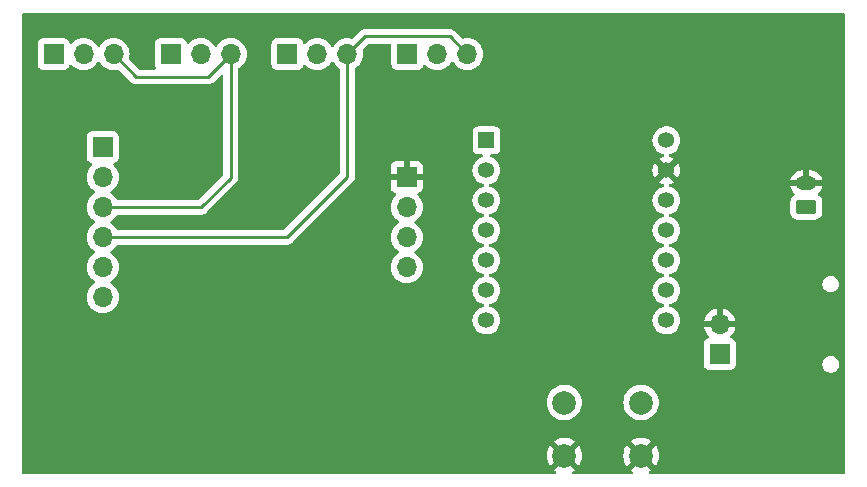
<source format=gbr>
%TF.GenerationSoftware,KiCad,Pcbnew,8.0.8*%
%TF.CreationDate,2025-02-27T22:48:28-08:00*%
%TF.ProjectId,SmartLitterBoxSensor,536d6172-744c-4697-9474-6572426f7853,rev?*%
%TF.SameCoordinates,Original*%
%TF.FileFunction,Copper,L2,Bot*%
%TF.FilePolarity,Positive*%
%FSLAX46Y46*%
G04 Gerber Fmt 4.6, Leading zero omitted, Abs format (unit mm)*
G04 Created by KiCad (PCBNEW 8.0.8) date 2025-02-27 22:48:28*
%MOMM*%
%LPD*%
G01*
G04 APERTURE LIST*
G04 Aperture macros list*
%AMRoundRect*
0 Rectangle with rounded corners*
0 $1 Rounding radius*
0 $2 $3 $4 $5 $6 $7 $8 $9 X,Y pos of 4 corners*
0 Add a 4 corners polygon primitive as box body*
4,1,4,$2,$3,$4,$5,$6,$7,$8,$9,$2,$3,0*
0 Add four circle primitives for the rounded corners*
1,1,$1+$1,$2,$3*
1,1,$1+$1,$4,$5*
1,1,$1+$1,$6,$7*
1,1,$1+$1,$8,$9*
0 Add four rect primitives between the rounded corners*
20,1,$1+$1,$2,$3,$4,$5,0*
20,1,$1+$1,$4,$5,$6,$7,0*
20,1,$1+$1,$6,$7,$8,$9,0*
20,1,$1+$1,$8,$9,$2,$3,0*%
G04 Aperture macros list end*
%TA.AperFunction,ComponentPad*%
%ADD10R,1.358000X1.358000*%
%TD*%
%TA.AperFunction,ComponentPad*%
%ADD11C,1.358000*%
%TD*%
%TA.AperFunction,ComponentPad*%
%ADD12R,1.700000X1.700000*%
%TD*%
%TA.AperFunction,ComponentPad*%
%ADD13O,1.700000X1.700000*%
%TD*%
%TA.AperFunction,ComponentPad*%
%ADD14C,2.000000*%
%TD*%
%TA.AperFunction,ComponentPad*%
%ADD15RoundRect,0.250000X0.625000X-0.350000X0.625000X0.350000X-0.625000X0.350000X-0.625000X-0.350000X0*%
%TD*%
%TA.AperFunction,ComponentPad*%
%ADD16O,1.750000X1.200000*%
%TD*%
%TA.AperFunction,Conductor*%
%ADD17C,0.254000*%
%TD*%
G04 APERTURE END LIST*
D10*
%TO.P,U2,1,D0*%
%TO.N,/3V3*%
X173034000Y-92392000D03*
D11*
%TO.P,U2,2,D1*%
%TO.N,unconnected-(U2-D1-Pad2)*%
X173034000Y-94932000D03*
%TO.P,U2,3,D2*%
%TO.N,unconnected-(U2-D2-Pad3)*%
X173034000Y-97472000D03*
%TO.P,U2,4,D3*%
%TO.N,unconnected-(U2-D3-Pad4)*%
X173034000Y-100012000D03*
%TO.P,U2,5,D4*%
%TO.N,/DT*%
X173034000Y-102552000D03*
%TO.P,U2,6,D5*%
%TO.N,/SCK*%
X173034000Y-105092000D03*
%TO.P,U2,7,D6*%
%TO.N,unconnected-(U2-D6-Pad7)*%
X173034000Y-107632000D03*
%TO.P,U2,8,D7*%
%TO.N,unconnected-(U2-D7-Pad8)*%
X188274000Y-107632000D03*
%TO.P,U2,9,D8*%
%TO.N,/3V3*%
X188274000Y-105092000D03*
%TO.P,U2,10,D9*%
%TO.N,Net-(U2-D9)*%
X188274000Y-102552000D03*
%TO.P,U2,11,D10*%
%TO.N,unconnected-(U2-D10-Pad11)*%
X188274000Y-100012000D03*
%TO.P,U2,12,3V3*%
%TO.N,/3V3*%
X188274000Y-97472000D03*
%TO.P,U2,13,GND*%
%TO.N,GND*%
X188274000Y-94932000D03*
%TO.P,U2,14,5V*%
%TO.N,/5V*%
X188274000Y-92392000D03*
%TD*%
D12*
%TO.P,J4,1,VCC*%
%TO.N,/E+*%
X146304000Y-85090000D03*
D13*
%TO.P,J4,2,GND*%
%TO.N,/E-*%
X148844000Y-85090000D03*
%TO.P,J4,3,Signal*%
%TO.N,/A-*%
X151384000Y-85090000D03*
%TD*%
D14*
%TO.P,SW2,1,1*%
%TO.N,Net-(U2-D9)*%
X179630000Y-114590000D03*
X186130000Y-114590000D03*
%TO.P,SW2,2,2*%
%TO.N,GND*%
X179630000Y-119090000D03*
X186130000Y-119090000D03*
%TD*%
D12*
%TO.P,J1,1,VCC*%
%TO.N,/E+*%
X156180000Y-85090000D03*
D13*
%TO.P,J1,2,GND*%
%TO.N,/E-*%
X158720000Y-85090000D03*
%TO.P,J1,3,Signal*%
%TO.N,/A+*%
X161260000Y-85090000D03*
%TD*%
D12*
%TO.P,J3,1,VCC*%
%TO.N,/E+*%
X136383000Y-85090000D03*
D13*
%TO.P,J3,2,GND*%
%TO.N,/E-*%
X138923000Y-85090000D03*
%TO.P,J3,3,Signal*%
%TO.N,/A-*%
X141463000Y-85090000D03*
%TD*%
D15*
%TO.P,BT1,1,+*%
%TO.N,Net-(BT1-+)*%
X200110000Y-98028000D03*
D16*
%TO.P,BT1,2,-*%
%TO.N,GND*%
X200110000Y-96028000D03*
%TD*%
D12*
%TO.P,J5,1,Pin_1*%
%TO.N,+BAT*%
X192786000Y-110495000D03*
D13*
%TO.P,J5,2,Pin_2*%
%TO.N,GND*%
X192786000Y-107955000D03*
%TD*%
D12*
%TO.P,J2,1,VCC*%
%TO.N,/E+*%
X166340000Y-85090000D03*
D13*
%TO.P,J2,2,GND*%
%TO.N,/E-*%
X168880000Y-85090000D03*
%TO.P,J2,3,Signal*%
%TO.N,/A+*%
X171420000Y-85090000D03*
%TD*%
D12*
%TO.P,U1,1,E+*%
%TO.N,/E+*%
X140546000Y-92964000D03*
D13*
%TO.P,U1,2,E-*%
%TO.N,/E-*%
X140546000Y-95504000D03*
%TO.P,U1,3,A-*%
%TO.N,/A-*%
X140546000Y-98044000D03*
%TO.P,U1,4,A+*%
%TO.N,/A+*%
X140546000Y-100584000D03*
%TO.P,U1,5,B-*%
%TO.N,unconnected-(U1-B--Pad5)*%
X140546000Y-103124000D03*
%TO.P,U1,6,B+*%
%TO.N,unconnected-(U1-B+-Pad6)*%
X140546000Y-105664000D03*
%TO.P,U1,7,VCC*%
%TO.N,/5V*%
X166286000Y-103124000D03*
%TO.P,U1,8,SCK*%
%TO.N,/SCK*%
X166286000Y-100584000D03*
%TO.P,U1,9,DT*%
%TO.N,/DT*%
X166286000Y-98044000D03*
D12*
%TO.P,U1,10,GND*%
%TO.N,GND*%
X166286000Y-95504000D03*
%TD*%
D17*
%TO.N,/A+*%
X156133800Y-100584000D02*
X161260000Y-95457800D01*
X140546000Y-100584000D02*
X156133800Y-100584000D01*
X161260000Y-85090000D02*
X162758600Y-83591400D01*
X169921400Y-83591400D02*
X171420000Y-85090000D01*
X162758600Y-83591400D02*
X169921400Y-83591400D01*
X161260000Y-95457800D02*
X161260000Y-85090000D01*
%TO.N,/A-*%
X148894800Y-98044000D02*
X151384000Y-95554800D01*
X151384000Y-95554800D02*
X151384000Y-85090000D01*
X140546000Y-98044000D02*
X148894800Y-98044000D01*
X143393400Y-87020400D02*
X149453600Y-87020400D01*
X141463000Y-85090000D02*
X143393400Y-87020400D01*
X149453600Y-87020400D02*
X151384000Y-85090000D01*
%TD*%
%TA.AperFunction,Conductor*%
%TO.N,GND*%
G36*
X203328339Y-81647785D02*
G01*
X203374094Y-81700589D01*
X203385300Y-81752100D01*
X203385300Y-120508100D01*
X203365615Y-120575139D01*
X203312811Y-120620894D01*
X203261300Y-120632100D01*
X186921724Y-120632100D01*
X186854685Y-120612415D01*
X186808930Y-120559611D01*
X186798986Y-120490453D01*
X186828011Y-120426897D01*
X186862707Y-120399045D01*
X186953230Y-120350056D01*
X186953236Y-120350051D01*
X187000055Y-120313610D01*
X187000056Y-120313609D01*
X186300233Y-119613787D01*
X186342292Y-119602518D01*
X186467708Y-119530110D01*
X186570110Y-119427708D01*
X186642518Y-119302292D01*
X186653787Y-119260234D01*
X187353435Y-119959882D01*
X187453733Y-119806364D01*
X187553587Y-119578717D01*
X187614612Y-119337738D01*
X187614614Y-119337729D01*
X187635141Y-119090005D01*
X187635141Y-119089994D01*
X187614614Y-118842270D01*
X187614612Y-118842261D01*
X187553587Y-118601282D01*
X187453732Y-118373632D01*
X187353435Y-118220116D01*
X186653787Y-118919764D01*
X186642518Y-118877708D01*
X186570110Y-118752292D01*
X186467708Y-118649890D01*
X186342292Y-118577482D01*
X186300233Y-118566212D01*
X187000055Y-117866389D01*
X187000055Y-117866388D01*
X186953236Y-117829947D01*
X186953231Y-117829944D01*
X186734614Y-117711635D01*
X186734603Y-117711630D01*
X186499493Y-117630916D01*
X186254293Y-117590000D01*
X186005707Y-117590000D01*
X185760506Y-117630916D01*
X185525396Y-117711630D01*
X185525385Y-117711635D01*
X185306770Y-117829943D01*
X185259943Y-117866389D01*
X185959766Y-118566212D01*
X185917708Y-118577482D01*
X185792292Y-118649890D01*
X185689890Y-118752292D01*
X185617482Y-118877708D01*
X185606212Y-118919765D01*
X184906563Y-118220117D01*
X184806267Y-118373633D01*
X184806265Y-118373637D01*
X184706412Y-118601282D01*
X184645387Y-118842261D01*
X184645385Y-118842270D01*
X184624859Y-119089994D01*
X184624859Y-119090005D01*
X184645385Y-119337729D01*
X184645387Y-119337738D01*
X184706412Y-119578717D01*
X184806267Y-119806367D01*
X184906562Y-119959881D01*
X185606212Y-119260233D01*
X185617482Y-119302292D01*
X185689890Y-119427708D01*
X185792292Y-119530110D01*
X185917708Y-119602518D01*
X185959766Y-119613787D01*
X185259943Y-120313609D01*
X185306768Y-120350055D01*
X185306771Y-120350057D01*
X185397293Y-120399045D01*
X185446884Y-120448265D01*
X185461992Y-120516481D01*
X185437822Y-120582037D01*
X185382046Y-120624118D01*
X185338276Y-120632100D01*
X180421724Y-120632100D01*
X180354685Y-120612415D01*
X180308930Y-120559611D01*
X180298986Y-120490453D01*
X180328011Y-120426897D01*
X180362707Y-120399045D01*
X180453230Y-120350056D01*
X180453236Y-120350051D01*
X180500055Y-120313610D01*
X180500056Y-120313609D01*
X179800233Y-119613787D01*
X179842292Y-119602518D01*
X179967708Y-119530110D01*
X180070110Y-119427708D01*
X180142518Y-119302292D01*
X180153787Y-119260234D01*
X180853435Y-119959882D01*
X180953733Y-119806364D01*
X181053587Y-119578717D01*
X181114612Y-119337738D01*
X181114614Y-119337729D01*
X181135141Y-119090005D01*
X181135141Y-119089994D01*
X181114614Y-118842270D01*
X181114612Y-118842261D01*
X181053587Y-118601282D01*
X180953732Y-118373632D01*
X180853435Y-118220116D01*
X180153787Y-118919765D01*
X180142518Y-118877708D01*
X180070110Y-118752292D01*
X179967708Y-118649890D01*
X179842292Y-118577482D01*
X179800233Y-118566212D01*
X180500055Y-117866389D01*
X180500055Y-117866388D01*
X180453236Y-117829947D01*
X180453231Y-117829944D01*
X180234614Y-117711635D01*
X180234603Y-117711630D01*
X179999493Y-117630916D01*
X179754293Y-117590000D01*
X179505707Y-117590000D01*
X179260506Y-117630916D01*
X179025396Y-117711630D01*
X179025385Y-117711635D01*
X178806770Y-117829943D01*
X178759943Y-117866389D01*
X179459766Y-118566212D01*
X179417708Y-118577482D01*
X179292292Y-118649890D01*
X179189890Y-118752292D01*
X179117482Y-118877708D01*
X179106212Y-118919766D01*
X178406563Y-118220117D01*
X178306267Y-118373633D01*
X178306265Y-118373637D01*
X178206412Y-118601282D01*
X178145387Y-118842261D01*
X178145385Y-118842270D01*
X178124859Y-119089994D01*
X178124859Y-119090005D01*
X178145385Y-119337729D01*
X178145387Y-119337738D01*
X178206412Y-119578717D01*
X178306267Y-119806367D01*
X178406562Y-119959881D01*
X179106211Y-119260231D01*
X179117482Y-119302292D01*
X179189890Y-119427708D01*
X179292292Y-119530110D01*
X179417708Y-119602518D01*
X179459766Y-119613787D01*
X178759943Y-120313609D01*
X178806768Y-120350055D01*
X178806771Y-120350057D01*
X178897293Y-120399045D01*
X178946884Y-120448265D01*
X178961992Y-120516481D01*
X178937822Y-120582037D01*
X178882046Y-120624118D01*
X178838276Y-120632100D01*
X133847500Y-120632100D01*
X133780461Y-120612415D01*
X133734706Y-120559611D01*
X133723500Y-120508100D01*
X133723500Y-114589994D01*
X178124357Y-114589994D01*
X178124357Y-114590005D01*
X178144890Y-114837812D01*
X178144892Y-114837824D01*
X178205936Y-115078881D01*
X178305826Y-115306606D01*
X178441833Y-115514782D01*
X178441836Y-115514785D01*
X178610256Y-115697738D01*
X178806491Y-115850474D01*
X179025190Y-115968828D01*
X179260386Y-116049571D01*
X179505665Y-116090500D01*
X179754335Y-116090500D01*
X179999614Y-116049571D01*
X180234810Y-115968828D01*
X180453509Y-115850474D01*
X180649744Y-115697738D01*
X180818164Y-115514785D01*
X180954173Y-115306607D01*
X181054063Y-115078881D01*
X181115108Y-114837821D01*
X181135643Y-114590000D01*
X181135643Y-114589994D01*
X184624357Y-114589994D01*
X184624357Y-114590005D01*
X184644890Y-114837812D01*
X184644892Y-114837824D01*
X184705936Y-115078881D01*
X184805826Y-115306606D01*
X184941833Y-115514782D01*
X184941836Y-115514785D01*
X185110256Y-115697738D01*
X185306491Y-115850474D01*
X185525190Y-115968828D01*
X185760386Y-116049571D01*
X186005665Y-116090500D01*
X186254335Y-116090500D01*
X186499614Y-116049571D01*
X186734810Y-115968828D01*
X186953509Y-115850474D01*
X187149744Y-115697738D01*
X187318164Y-115514785D01*
X187454173Y-115306607D01*
X187554063Y-115078881D01*
X187615108Y-114837821D01*
X187635643Y-114590000D01*
X187615108Y-114342179D01*
X187554063Y-114101119D01*
X187454173Y-113873393D01*
X187318166Y-113665217D01*
X187296557Y-113641744D01*
X187149744Y-113482262D01*
X186953509Y-113329526D01*
X186953507Y-113329525D01*
X186953506Y-113329524D01*
X186734811Y-113211172D01*
X186734802Y-113211169D01*
X186499616Y-113130429D01*
X186254335Y-113089500D01*
X186005665Y-113089500D01*
X185760383Y-113130429D01*
X185525197Y-113211169D01*
X185525188Y-113211172D01*
X185306493Y-113329524D01*
X185110257Y-113482261D01*
X184941833Y-113665217D01*
X184805826Y-113873393D01*
X184705936Y-114101118D01*
X184644892Y-114342175D01*
X184644890Y-114342187D01*
X184624357Y-114589994D01*
X181135643Y-114589994D01*
X181115108Y-114342179D01*
X181054063Y-114101119D01*
X180954173Y-113873393D01*
X180818166Y-113665217D01*
X180796557Y-113641744D01*
X180649744Y-113482262D01*
X180453509Y-113329526D01*
X180453507Y-113329525D01*
X180453506Y-113329524D01*
X180234811Y-113211172D01*
X180234802Y-113211169D01*
X179999616Y-113130429D01*
X179754335Y-113089500D01*
X179505665Y-113089500D01*
X179260383Y-113130429D01*
X179025197Y-113211169D01*
X179025188Y-113211172D01*
X178806493Y-113329524D01*
X178610257Y-113482261D01*
X178441833Y-113665217D01*
X178305826Y-113873393D01*
X178205936Y-114101118D01*
X178144892Y-114342175D01*
X178144890Y-114342187D01*
X178124357Y-114589994D01*
X133723500Y-114589994D01*
X133723500Y-109597135D01*
X191435500Y-109597135D01*
X191435500Y-111392870D01*
X191435501Y-111392876D01*
X191441908Y-111452483D01*
X191492202Y-111587328D01*
X191492206Y-111587335D01*
X191578452Y-111702544D01*
X191578455Y-111702547D01*
X191693664Y-111788793D01*
X191693671Y-111788797D01*
X191828517Y-111839091D01*
X191828516Y-111839091D01*
X191835444Y-111839835D01*
X191888127Y-111845500D01*
X193683872Y-111845499D01*
X193743483Y-111839091D01*
X193878331Y-111788796D01*
X193993546Y-111702546D01*
X194079796Y-111587331D01*
X194130091Y-111452483D01*
X194133691Y-111418995D01*
X201483499Y-111418995D01*
X201510418Y-111554322D01*
X201510421Y-111554332D01*
X201563221Y-111681804D01*
X201563228Y-111681817D01*
X201639885Y-111796541D01*
X201639888Y-111796545D01*
X201737454Y-111894111D01*
X201737458Y-111894114D01*
X201852182Y-111970771D01*
X201852195Y-111970778D01*
X201979667Y-112023578D01*
X201979672Y-112023580D01*
X201979676Y-112023580D01*
X201979677Y-112023581D01*
X202115004Y-112050500D01*
X202115007Y-112050500D01*
X202252995Y-112050500D01*
X202344041Y-112032389D01*
X202388328Y-112023580D01*
X202515811Y-111970775D01*
X202630542Y-111894114D01*
X202728114Y-111796542D01*
X202804775Y-111681811D01*
X202857580Y-111554328D01*
X202866389Y-111510041D01*
X202884500Y-111418995D01*
X202884500Y-111281004D01*
X202857581Y-111145677D01*
X202857580Y-111145676D01*
X202857580Y-111145672D01*
X202857578Y-111145667D01*
X202804778Y-111018195D01*
X202804771Y-111018182D01*
X202728114Y-110903458D01*
X202728111Y-110903454D01*
X202630545Y-110805888D01*
X202630541Y-110805885D01*
X202515817Y-110729228D01*
X202515804Y-110729221D01*
X202388332Y-110676421D01*
X202388322Y-110676418D01*
X202252995Y-110649500D01*
X202252993Y-110649500D01*
X202115007Y-110649500D01*
X202115005Y-110649500D01*
X201979677Y-110676418D01*
X201979667Y-110676421D01*
X201852195Y-110729221D01*
X201852182Y-110729228D01*
X201737458Y-110805885D01*
X201737454Y-110805888D01*
X201639888Y-110903454D01*
X201639885Y-110903458D01*
X201563228Y-111018182D01*
X201563221Y-111018195D01*
X201510421Y-111145667D01*
X201510418Y-111145677D01*
X201483500Y-111281004D01*
X201483500Y-111281007D01*
X201483500Y-111418993D01*
X201483500Y-111418995D01*
X201483499Y-111418995D01*
X194133691Y-111418995D01*
X194136500Y-111392873D01*
X194136499Y-109597128D01*
X194130091Y-109537517D01*
X194079796Y-109402669D01*
X194079795Y-109402668D01*
X194079793Y-109402664D01*
X193993547Y-109287455D01*
X193993544Y-109287452D01*
X193878335Y-109201206D01*
X193878328Y-109201202D01*
X193746401Y-109151997D01*
X193690467Y-109110126D01*
X193666050Y-109044662D01*
X193680902Y-108976389D01*
X193702053Y-108948133D01*
X193824108Y-108826078D01*
X193959600Y-108632578D01*
X194059429Y-108418492D01*
X194059432Y-108418486D01*
X194116636Y-108205000D01*
X193219012Y-108205000D01*
X193251925Y-108147993D01*
X193286000Y-108020826D01*
X193286000Y-107889174D01*
X193251925Y-107762007D01*
X193219012Y-107705000D01*
X194116636Y-107705000D01*
X194116635Y-107704999D01*
X194059432Y-107491513D01*
X194059429Y-107491507D01*
X193959600Y-107277422D01*
X193959599Y-107277420D01*
X193824113Y-107083926D01*
X193824108Y-107083920D01*
X193657082Y-106916894D01*
X193463578Y-106781399D01*
X193249492Y-106681570D01*
X193249486Y-106681567D01*
X193036000Y-106624364D01*
X193036000Y-107521988D01*
X192978993Y-107489075D01*
X192851826Y-107455000D01*
X192720174Y-107455000D01*
X192593007Y-107489075D01*
X192536000Y-107521988D01*
X192536000Y-106624364D01*
X192535999Y-106624364D01*
X192322513Y-106681567D01*
X192322507Y-106681570D01*
X192108422Y-106781399D01*
X192108420Y-106781400D01*
X191914926Y-106916886D01*
X191914920Y-106916891D01*
X191747891Y-107083920D01*
X191747886Y-107083926D01*
X191612400Y-107277420D01*
X191612399Y-107277422D01*
X191512570Y-107491507D01*
X191512567Y-107491513D01*
X191455364Y-107704999D01*
X191455364Y-107705000D01*
X192352988Y-107705000D01*
X192320075Y-107762007D01*
X192286000Y-107889174D01*
X192286000Y-108020826D01*
X192320075Y-108147993D01*
X192352988Y-108205000D01*
X191455364Y-108205000D01*
X191512567Y-108418486D01*
X191512570Y-108418492D01*
X191612399Y-108632578D01*
X191747894Y-108826082D01*
X191869946Y-108948134D01*
X191903431Y-109009457D01*
X191898447Y-109079149D01*
X191856575Y-109135082D01*
X191825598Y-109151997D01*
X191693671Y-109201202D01*
X191693664Y-109201206D01*
X191578455Y-109287452D01*
X191578452Y-109287455D01*
X191492206Y-109402664D01*
X191492202Y-109402671D01*
X191441908Y-109537517D01*
X191435501Y-109597116D01*
X191435501Y-109597123D01*
X191435500Y-109597135D01*
X133723500Y-109597135D01*
X133723500Y-84192135D01*
X135032500Y-84192135D01*
X135032500Y-85987870D01*
X135032501Y-85987876D01*
X135038908Y-86047483D01*
X135089202Y-86182328D01*
X135089206Y-86182335D01*
X135175452Y-86297544D01*
X135175455Y-86297547D01*
X135290664Y-86383793D01*
X135290671Y-86383797D01*
X135425517Y-86434091D01*
X135425516Y-86434091D01*
X135432444Y-86434835D01*
X135485127Y-86440500D01*
X137280872Y-86440499D01*
X137340483Y-86434091D01*
X137475331Y-86383796D01*
X137590546Y-86297546D01*
X137676796Y-86182331D01*
X137725810Y-86050916D01*
X137767681Y-85994984D01*
X137833145Y-85970566D01*
X137901418Y-85985417D01*
X137929673Y-86006569D01*
X138051599Y-86128495D01*
X138145988Y-86194587D01*
X138245165Y-86264032D01*
X138245167Y-86264033D01*
X138245170Y-86264035D01*
X138459337Y-86363903D01*
X138687592Y-86425063D01*
X138864034Y-86440500D01*
X138922999Y-86445659D01*
X138923000Y-86445659D01*
X138923001Y-86445659D01*
X138981966Y-86440500D01*
X139158408Y-86425063D01*
X139386663Y-86363903D01*
X139600830Y-86264035D01*
X139794401Y-86128495D01*
X139961495Y-85961401D01*
X140091425Y-85775842D01*
X140146002Y-85732217D01*
X140215500Y-85725023D01*
X140277855Y-85756546D01*
X140294575Y-85775842D01*
X140424500Y-85961395D01*
X140424505Y-85961401D01*
X140591599Y-86128495D01*
X140685988Y-86194587D01*
X140785165Y-86264032D01*
X140785167Y-86264033D01*
X140785170Y-86264035D01*
X140999337Y-86363903D01*
X141227592Y-86425063D01*
X141404034Y-86440500D01*
X141462999Y-86445659D01*
X141463000Y-86445659D01*
X141463001Y-86445659D01*
X141521966Y-86440500D01*
X141698408Y-86425063D01*
X141796642Y-86398741D01*
X141866491Y-86400404D01*
X141916416Y-86430835D01*
X142905989Y-87420408D01*
X142993392Y-87507811D01*
X142993394Y-87507813D01*
X142993396Y-87507814D01*
X143096156Y-87576476D01*
X143096158Y-87576477D01*
X143096167Y-87576483D01*
X143121172Y-87586840D01*
X143143471Y-87596077D01*
X143185654Y-87613549D01*
X143210366Y-87623786D01*
X143331592Y-87647899D01*
X143331596Y-87647900D01*
X143331597Y-87647900D01*
X149515404Y-87647900D01*
X149515405Y-87647899D01*
X149636635Y-87623786D01*
X149717384Y-87590337D01*
X149750833Y-87576483D01*
X149853608Y-87507811D01*
X149941011Y-87420408D01*
X150544819Y-86816600D01*
X150606142Y-86783115D01*
X150675834Y-86788099D01*
X150731767Y-86829971D01*
X150756184Y-86895435D01*
X150756500Y-86904281D01*
X150756500Y-95243519D01*
X150736815Y-95310558D01*
X150720181Y-95331200D01*
X148671200Y-97380181D01*
X148609877Y-97413666D01*
X148583519Y-97416500D01*
X141819826Y-97416500D01*
X141752787Y-97396815D01*
X141718251Y-97363623D01*
X141584494Y-97172597D01*
X141417402Y-97005506D01*
X141417396Y-97005501D01*
X141231842Y-96875575D01*
X141188217Y-96820998D01*
X141181023Y-96751500D01*
X141212546Y-96689145D01*
X141231842Y-96672425D01*
X141340865Y-96596086D01*
X141417401Y-96542495D01*
X141584495Y-96375401D01*
X141720035Y-96181830D01*
X141819903Y-95967663D01*
X141881063Y-95739408D01*
X141901659Y-95504000D01*
X141881063Y-95268592D01*
X141819903Y-95040337D01*
X141720035Y-94826171D01*
X141641728Y-94714337D01*
X141584496Y-94632600D01*
X141530342Y-94578446D01*
X141462567Y-94510671D01*
X141429084Y-94449351D01*
X141434068Y-94379659D01*
X141475939Y-94323725D01*
X141506915Y-94306810D01*
X141638331Y-94257796D01*
X141753546Y-94171546D01*
X141839796Y-94056331D01*
X141890091Y-93921483D01*
X141896500Y-93861873D01*
X141896499Y-92066128D01*
X141890091Y-92006517D01*
X141874268Y-91964094D01*
X141839797Y-91871671D01*
X141839793Y-91871664D01*
X141753547Y-91756455D01*
X141753544Y-91756452D01*
X141638335Y-91670206D01*
X141638328Y-91670202D01*
X141503482Y-91619908D01*
X141503483Y-91619908D01*
X141443883Y-91613501D01*
X141443881Y-91613500D01*
X141443873Y-91613500D01*
X141443864Y-91613500D01*
X139648129Y-91613500D01*
X139648123Y-91613501D01*
X139588516Y-91619908D01*
X139453671Y-91670202D01*
X139453664Y-91670206D01*
X139338455Y-91756452D01*
X139338452Y-91756455D01*
X139252206Y-91871664D01*
X139252202Y-91871671D01*
X139201908Y-92006517D01*
X139195501Y-92066116D01*
X139195501Y-92066123D01*
X139195500Y-92066135D01*
X139195500Y-93861870D01*
X139195501Y-93861876D01*
X139201908Y-93921483D01*
X139252202Y-94056328D01*
X139252206Y-94056335D01*
X139338452Y-94171544D01*
X139338455Y-94171547D01*
X139453664Y-94257793D01*
X139453671Y-94257797D01*
X139585081Y-94306810D01*
X139641015Y-94348681D01*
X139665432Y-94414145D01*
X139650580Y-94482418D01*
X139629430Y-94510673D01*
X139507503Y-94632600D01*
X139371965Y-94826169D01*
X139371964Y-94826171D01*
X139272098Y-95040335D01*
X139272094Y-95040344D01*
X139210938Y-95268586D01*
X139210936Y-95268596D01*
X139190341Y-95503999D01*
X139190341Y-95504000D01*
X139210936Y-95739403D01*
X139210938Y-95739413D01*
X139272094Y-95967655D01*
X139272096Y-95967659D01*
X139272097Y-95967663D01*
X139339181Y-96111525D01*
X139371965Y-96181830D01*
X139371967Y-96181834D01*
X139507501Y-96375395D01*
X139507506Y-96375402D01*
X139674597Y-96542493D01*
X139674603Y-96542498D01*
X139860158Y-96672425D01*
X139903783Y-96727002D01*
X139910977Y-96796500D01*
X139879454Y-96858855D01*
X139860158Y-96875575D01*
X139674597Y-97005505D01*
X139507505Y-97172597D01*
X139371965Y-97366169D01*
X139371964Y-97366171D01*
X139272098Y-97580335D01*
X139272094Y-97580344D01*
X139210938Y-97808586D01*
X139210936Y-97808596D01*
X139190341Y-98043999D01*
X139190341Y-98044000D01*
X139210936Y-98279403D01*
X139210938Y-98279413D01*
X139272094Y-98507655D01*
X139272096Y-98507659D01*
X139272097Y-98507663D01*
X139339300Y-98651780D01*
X139371965Y-98721830D01*
X139371967Y-98721834D01*
X139507501Y-98915395D01*
X139507506Y-98915402D01*
X139674597Y-99082493D01*
X139674603Y-99082498D01*
X139860158Y-99212425D01*
X139903783Y-99267002D01*
X139910977Y-99336500D01*
X139879454Y-99398855D01*
X139860158Y-99415575D01*
X139674597Y-99545505D01*
X139507505Y-99712597D01*
X139371965Y-99906169D01*
X139371964Y-99906171D01*
X139272098Y-100120335D01*
X139272094Y-100120344D01*
X139210938Y-100348586D01*
X139210936Y-100348596D01*
X139190341Y-100583999D01*
X139190341Y-100584000D01*
X139210936Y-100819403D01*
X139210938Y-100819413D01*
X139272094Y-101047655D01*
X139272096Y-101047659D01*
X139272097Y-101047663D01*
X139339300Y-101191780D01*
X139371965Y-101261830D01*
X139371967Y-101261834D01*
X139507501Y-101455395D01*
X139507506Y-101455402D01*
X139674597Y-101622493D01*
X139674603Y-101622498D01*
X139860158Y-101752425D01*
X139903783Y-101807002D01*
X139910977Y-101876500D01*
X139879454Y-101938855D01*
X139860158Y-101955575D01*
X139674597Y-102085505D01*
X139507505Y-102252597D01*
X139371965Y-102446169D01*
X139371964Y-102446171D01*
X139272098Y-102660335D01*
X139272094Y-102660344D01*
X139210938Y-102888586D01*
X139210936Y-102888596D01*
X139190341Y-103123999D01*
X139190341Y-103124000D01*
X139210936Y-103359403D01*
X139210938Y-103359413D01*
X139272094Y-103587655D01*
X139272096Y-103587659D01*
X139272097Y-103587663D01*
X139339300Y-103731780D01*
X139371965Y-103801830D01*
X139371967Y-103801834D01*
X139507501Y-103995395D01*
X139507506Y-103995402D01*
X139674597Y-104162493D01*
X139674603Y-104162498D01*
X139860158Y-104292425D01*
X139903783Y-104347002D01*
X139910977Y-104416500D01*
X139879454Y-104478855D01*
X139860158Y-104495575D01*
X139674597Y-104625505D01*
X139507505Y-104792597D01*
X139371965Y-104986169D01*
X139371964Y-104986171D01*
X139272098Y-105200335D01*
X139272094Y-105200344D01*
X139210938Y-105428586D01*
X139210936Y-105428596D01*
X139190341Y-105663999D01*
X139190341Y-105664000D01*
X139210936Y-105899403D01*
X139210938Y-105899413D01*
X139272094Y-106127655D01*
X139272096Y-106127659D01*
X139272097Y-106127663D01*
X139339300Y-106271780D01*
X139371965Y-106341830D01*
X139371967Y-106341834D01*
X139449457Y-106452500D01*
X139507505Y-106535401D01*
X139674599Y-106702495D01*
X139771384Y-106770265D01*
X139868165Y-106838032D01*
X139868167Y-106838033D01*
X139868170Y-106838035D01*
X140082337Y-106937903D01*
X140310592Y-106999063D01*
X140498918Y-107015539D01*
X140545999Y-107019659D01*
X140546000Y-107019659D01*
X140546001Y-107019659D01*
X140585234Y-107016226D01*
X140781408Y-106999063D01*
X141009663Y-106937903D01*
X141223830Y-106838035D01*
X141417401Y-106702495D01*
X141584495Y-106535401D01*
X141720035Y-106341830D01*
X141819903Y-106127663D01*
X141881063Y-105899408D01*
X141901659Y-105664000D01*
X141881063Y-105428592D01*
X141819903Y-105200337D01*
X141720035Y-104986171D01*
X141641729Y-104874337D01*
X141584494Y-104792597D01*
X141417402Y-104625506D01*
X141417396Y-104625501D01*
X141231842Y-104495575D01*
X141188217Y-104440998D01*
X141181023Y-104371500D01*
X141212546Y-104309145D01*
X141231842Y-104292425D01*
X141337853Y-104218195D01*
X141417401Y-104162495D01*
X141584495Y-103995401D01*
X141720035Y-103801830D01*
X141819903Y-103587663D01*
X141881063Y-103359408D01*
X141901659Y-103124000D01*
X141881063Y-102888592D01*
X141819903Y-102660337D01*
X141720035Y-102446171D01*
X141641729Y-102334337D01*
X141584494Y-102252597D01*
X141417402Y-102085506D01*
X141417396Y-102085501D01*
X141231842Y-101955575D01*
X141188217Y-101900998D01*
X141181023Y-101831500D01*
X141212546Y-101769145D01*
X141231842Y-101752425D01*
X141254026Y-101736891D01*
X141417401Y-101622495D01*
X141584495Y-101455401D01*
X141718252Y-101264375D01*
X141772829Y-101220752D01*
X141819827Y-101211500D01*
X156195604Y-101211500D01*
X156195605Y-101211499D01*
X156316835Y-101187386D01*
X156403873Y-101151333D01*
X156431033Y-101140083D01*
X156533808Y-101071411D01*
X156621211Y-100984008D01*
X159561220Y-98043999D01*
X164930341Y-98043999D01*
X164930341Y-98044000D01*
X164950936Y-98279403D01*
X164950938Y-98279413D01*
X165012094Y-98507655D01*
X165012096Y-98507659D01*
X165012097Y-98507663D01*
X165079300Y-98651780D01*
X165111965Y-98721830D01*
X165111967Y-98721834D01*
X165247501Y-98915395D01*
X165247506Y-98915402D01*
X165414597Y-99082493D01*
X165414603Y-99082498D01*
X165600158Y-99212425D01*
X165643783Y-99267002D01*
X165650977Y-99336500D01*
X165619454Y-99398855D01*
X165600158Y-99415575D01*
X165414597Y-99545505D01*
X165247505Y-99712597D01*
X165111965Y-99906169D01*
X165111964Y-99906171D01*
X165012098Y-100120335D01*
X165012094Y-100120344D01*
X164950938Y-100348586D01*
X164950936Y-100348596D01*
X164930341Y-100583999D01*
X164930341Y-100584000D01*
X164950936Y-100819403D01*
X164950938Y-100819413D01*
X165012094Y-101047655D01*
X165012096Y-101047659D01*
X165012097Y-101047663D01*
X165079300Y-101191780D01*
X165111965Y-101261830D01*
X165111967Y-101261834D01*
X165247501Y-101455395D01*
X165247506Y-101455402D01*
X165414597Y-101622493D01*
X165414603Y-101622498D01*
X165600158Y-101752425D01*
X165643783Y-101807002D01*
X165650977Y-101876500D01*
X165619454Y-101938855D01*
X165600158Y-101955575D01*
X165414597Y-102085505D01*
X165247505Y-102252597D01*
X165111965Y-102446169D01*
X165111964Y-102446171D01*
X165012098Y-102660335D01*
X165012094Y-102660344D01*
X164950938Y-102888586D01*
X164950936Y-102888596D01*
X164930341Y-103123999D01*
X164930341Y-103124000D01*
X164950936Y-103359403D01*
X164950938Y-103359413D01*
X165012094Y-103587655D01*
X165012096Y-103587659D01*
X165012097Y-103587663D01*
X165079300Y-103731780D01*
X165111965Y-103801830D01*
X165111967Y-103801834D01*
X165189457Y-103912500D01*
X165247505Y-103995401D01*
X165414599Y-104162495D01*
X165494128Y-104218182D01*
X165608165Y-104298032D01*
X165608167Y-104298033D01*
X165608170Y-104298035D01*
X165822337Y-104397903D01*
X166050592Y-104459063D01*
X166238918Y-104475539D01*
X166285999Y-104479659D01*
X166286000Y-104479659D01*
X166286001Y-104479659D01*
X166325234Y-104476226D01*
X166521408Y-104459063D01*
X166749663Y-104397903D01*
X166963830Y-104298035D01*
X167157401Y-104162495D01*
X167324495Y-103995401D01*
X167460035Y-103801830D01*
X167559903Y-103587663D01*
X167621063Y-103359408D01*
X167641659Y-103124000D01*
X167621063Y-102888592D01*
X167559903Y-102660337D01*
X167460035Y-102446171D01*
X167381729Y-102334337D01*
X167324494Y-102252597D01*
X167157402Y-102085506D01*
X167157396Y-102085501D01*
X166971842Y-101955575D01*
X166928217Y-101900998D01*
X166921023Y-101831500D01*
X166952546Y-101769145D01*
X166971842Y-101752425D01*
X166994026Y-101736891D01*
X167157401Y-101622495D01*
X167324495Y-101455401D01*
X167460035Y-101261830D01*
X167559903Y-101047663D01*
X167621063Y-100819408D01*
X167641659Y-100584000D01*
X167621063Y-100348592D01*
X167559903Y-100120337D01*
X167460035Y-99906171D01*
X167381729Y-99794337D01*
X167324494Y-99712597D01*
X167157402Y-99545506D01*
X167157396Y-99545501D01*
X166971842Y-99415575D01*
X166928217Y-99360998D01*
X166921023Y-99291500D01*
X166952546Y-99229145D01*
X166971842Y-99212425D01*
X167091699Y-99128500D01*
X167157401Y-99082495D01*
X167324495Y-98915401D01*
X167460035Y-98721830D01*
X167559903Y-98507663D01*
X167621063Y-98279408D01*
X167641659Y-98044000D01*
X167621063Y-97808592D01*
X167559903Y-97580337D01*
X167460035Y-97366171D01*
X167454781Y-97358668D01*
X167324496Y-97172600D01*
X167324493Y-97172597D01*
X167202179Y-97050283D01*
X167168696Y-96988963D01*
X167173680Y-96919271D01*
X167215551Y-96863337D01*
X167246529Y-96846422D01*
X167378086Y-96797354D01*
X167378093Y-96797350D01*
X167493187Y-96711190D01*
X167493190Y-96711187D01*
X167579350Y-96596093D01*
X167579354Y-96596086D01*
X167629596Y-96461379D01*
X167629598Y-96461372D01*
X167635999Y-96401844D01*
X167636000Y-96401827D01*
X167636000Y-95754000D01*
X166719012Y-95754000D01*
X166751925Y-95696993D01*
X166786000Y-95569826D01*
X166786000Y-95438174D01*
X166751925Y-95311007D01*
X166719012Y-95254000D01*
X167636000Y-95254000D01*
X167636000Y-94931999D01*
X171849447Y-94931999D01*
X171849447Y-94932000D01*
X171869615Y-95149660D01*
X171869616Y-95149662D01*
X171929435Y-95359905D01*
X171929441Y-95359920D01*
X172026869Y-95555581D01*
X172026874Y-95555589D01*
X172157017Y-95727925D01*
X172158605Y-95730028D01*
X172320147Y-95877294D01*
X172320149Y-95877295D01*
X172320150Y-95877296D01*
X172505995Y-95992366D01*
X172506001Y-95992369D01*
X172573943Y-96018689D01*
X172709832Y-96071333D01*
X172756795Y-96080112D01*
X172819073Y-96111780D01*
X172854346Y-96172092D01*
X172851412Y-96241900D01*
X172811203Y-96299040D01*
X172756795Y-96323887D01*
X172709832Y-96332667D01*
X172709830Y-96332667D01*
X172709828Y-96332668D01*
X172506001Y-96411630D01*
X172505995Y-96411633D01*
X172320150Y-96526703D01*
X172158604Y-96673972D01*
X172026874Y-96848410D01*
X172026869Y-96848418D01*
X171929441Y-97044079D01*
X171929435Y-97044094D01*
X171869616Y-97254337D01*
X171869615Y-97254339D01*
X171849447Y-97471999D01*
X171849447Y-97472000D01*
X171869615Y-97689660D01*
X171869616Y-97689662D01*
X171929435Y-97899905D01*
X171929441Y-97899920D01*
X172026869Y-98095581D01*
X172026874Y-98095589D01*
X172158604Y-98270027D01*
X172158605Y-98270028D01*
X172320147Y-98417294D01*
X172320149Y-98417295D01*
X172320150Y-98417296D01*
X172505995Y-98532366D01*
X172506001Y-98532369D01*
X172573943Y-98558689D01*
X172709832Y-98611333D01*
X172756795Y-98620112D01*
X172819073Y-98651780D01*
X172854346Y-98712092D01*
X172851412Y-98781900D01*
X172811203Y-98839040D01*
X172756795Y-98863887D01*
X172709832Y-98872667D01*
X172709830Y-98872667D01*
X172709828Y-98872668D01*
X172506001Y-98951630D01*
X172505995Y-98951633D01*
X172320150Y-99066703D01*
X172158604Y-99213972D01*
X172026874Y-99388410D01*
X172026869Y-99388418D01*
X171929441Y-99584079D01*
X171929435Y-99584094D01*
X171869616Y-99794337D01*
X171869615Y-99794339D01*
X171849447Y-100011999D01*
X171849447Y-100012000D01*
X171869615Y-100229660D01*
X171869616Y-100229662D01*
X171929435Y-100439905D01*
X171929441Y-100439920D01*
X172026869Y-100635581D01*
X172026874Y-100635589D01*
X172158604Y-100810027D01*
X172158605Y-100810028D01*
X172320147Y-100957294D01*
X172320149Y-100957295D01*
X172320150Y-100957296D01*
X172505995Y-101072366D01*
X172506001Y-101072369D01*
X172573943Y-101098689D01*
X172709832Y-101151333D01*
X172756795Y-101160112D01*
X172819073Y-101191780D01*
X172854346Y-101252092D01*
X172851412Y-101321900D01*
X172811203Y-101379040D01*
X172756795Y-101403887D01*
X172709832Y-101412667D01*
X172709830Y-101412667D01*
X172709828Y-101412668D01*
X172506001Y-101491630D01*
X172505995Y-101491633D01*
X172320150Y-101606703D01*
X172158604Y-101753972D01*
X172026874Y-101928410D01*
X172026869Y-101928418D01*
X171929441Y-102124079D01*
X171929435Y-102124094D01*
X171869616Y-102334337D01*
X171869615Y-102334339D01*
X171849447Y-102551999D01*
X171849447Y-102552000D01*
X171869615Y-102769660D01*
X171869616Y-102769662D01*
X171929435Y-102979905D01*
X171929441Y-102979920D01*
X172026869Y-103175581D01*
X172026874Y-103175589D01*
X172158604Y-103350027D01*
X172158605Y-103350028D01*
X172320147Y-103497294D01*
X172320149Y-103497295D01*
X172320150Y-103497296D01*
X172505995Y-103612366D01*
X172506001Y-103612369D01*
X172573943Y-103638689D01*
X172709832Y-103691333D01*
X172756795Y-103700112D01*
X172819073Y-103731780D01*
X172854346Y-103792092D01*
X172851412Y-103861900D01*
X172811203Y-103919040D01*
X172756795Y-103943887D01*
X172709832Y-103952667D01*
X172709830Y-103952667D01*
X172709828Y-103952668D01*
X172506001Y-104031630D01*
X172505995Y-104031633D01*
X172320150Y-104146703D01*
X172158604Y-104293972D01*
X172026874Y-104468410D01*
X172026869Y-104468418D01*
X171929441Y-104664079D01*
X171929435Y-104664094D01*
X171869616Y-104874337D01*
X171869615Y-104874339D01*
X171849447Y-105091999D01*
X171849447Y-105092000D01*
X171869615Y-105309660D01*
X171869616Y-105309662D01*
X171929435Y-105519905D01*
X171929441Y-105519920D01*
X172026869Y-105715581D01*
X172026874Y-105715589D01*
X172158604Y-105890027D01*
X172158605Y-105890028D01*
X172320147Y-106037294D01*
X172320149Y-106037295D01*
X172320150Y-106037296D01*
X172505995Y-106152366D01*
X172506001Y-106152369D01*
X172573943Y-106178689D01*
X172709832Y-106231333D01*
X172756795Y-106240112D01*
X172819073Y-106271780D01*
X172854346Y-106332092D01*
X172851412Y-106401900D01*
X172811203Y-106459040D01*
X172756795Y-106483887D01*
X172709832Y-106492667D01*
X172709830Y-106492667D01*
X172709828Y-106492668D01*
X172506001Y-106571630D01*
X172505995Y-106571633D01*
X172320150Y-106686703D01*
X172158604Y-106833972D01*
X172026874Y-107008410D01*
X172026869Y-107008418D01*
X171929441Y-107204079D01*
X171929435Y-107204094D01*
X171869616Y-107414337D01*
X171869615Y-107414339D01*
X171849447Y-107631999D01*
X171849447Y-107632000D01*
X171869615Y-107849660D01*
X171869616Y-107849662D01*
X171929435Y-108059905D01*
X171929441Y-108059920D01*
X172026869Y-108255581D01*
X172026874Y-108255589D01*
X172158604Y-108430027D01*
X172158605Y-108430028D01*
X172320147Y-108577294D01*
X172320149Y-108577295D01*
X172320150Y-108577296D01*
X172505995Y-108692366D01*
X172506001Y-108692369D01*
X172549182Y-108709097D01*
X172709832Y-108771333D01*
X172924703Y-108811500D01*
X172924705Y-108811500D01*
X173143295Y-108811500D01*
X173143297Y-108811500D01*
X173358168Y-108771333D01*
X173562001Y-108692368D01*
X173747853Y-108577294D01*
X173909395Y-108430028D01*
X174041127Y-108255587D01*
X174138563Y-108059910D01*
X174198384Y-107849661D01*
X174218553Y-107632000D01*
X174198384Y-107414339D01*
X174138563Y-107204090D01*
X174138558Y-107204079D01*
X174041130Y-107008418D01*
X174041125Y-107008410D01*
X173909395Y-106833972D01*
X173747853Y-106686706D01*
X173747850Y-106686704D01*
X173747849Y-106686703D01*
X173562004Y-106571633D01*
X173561998Y-106571630D01*
X173401351Y-106509396D01*
X173358168Y-106492667D01*
X173311204Y-106483887D01*
X173248926Y-106452221D01*
X173213653Y-106391908D01*
X173216587Y-106322100D01*
X173256796Y-106264960D01*
X173311204Y-106240112D01*
X173358168Y-106231333D01*
X173562001Y-106152368D01*
X173747853Y-106037294D01*
X173909395Y-105890028D01*
X174041127Y-105715587D01*
X174138563Y-105519910D01*
X174198384Y-105309661D01*
X174218553Y-105092000D01*
X174198384Y-104874339D01*
X174138563Y-104664090D01*
X174138558Y-104664079D01*
X174041130Y-104468418D01*
X174041125Y-104468410D01*
X173909395Y-104293972D01*
X173826272Y-104218195D01*
X173747853Y-104146706D01*
X173747850Y-104146704D01*
X173747849Y-104146703D01*
X173562004Y-104031633D01*
X173561998Y-104031630D01*
X173401351Y-103969396D01*
X173358168Y-103952667D01*
X173311204Y-103943887D01*
X173248926Y-103912221D01*
X173213653Y-103851908D01*
X173216587Y-103782100D01*
X173256796Y-103724960D01*
X173311204Y-103700112D01*
X173358168Y-103691333D01*
X173562001Y-103612368D01*
X173747853Y-103497294D01*
X173909395Y-103350028D01*
X174041127Y-103175587D01*
X174138563Y-102979910D01*
X174198384Y-102769661D01*
X174218553Y-102552000D01*
X174198384Y-102334339D01*
X174138563Y-102124090D01*
X174138558Y-102124079D01*
X174041130Y-101928418D01*
X174041125Y-101928410D01*
X173909395Y-101753972D01*
X173907698Y-101752425D01*
X173747853Y-101606706D01*
X173747850Y-101606704D01*
X173747849Y-101606703D01*
X173562004Y-101491633D01*
X173561998Y-101491630D01*
X173401351Y-101429396D01*
X173358168Y-101412667D01*
X173311204Y-101403887D01*
X173248926Y-101372221D01*
X173213653Y-101311908D01*
X173216587Y-101242100D01*
X173256796Y-101184960D01*
X173311204Y-101160112D01*
X173358168Y-101151333D01*
X173562001Y-101072368D01*
X173747853Y-100957294D01*
X173909395Y-100810028D01*
X174041127Y-100635587D01*
X174138563Y-100439910D01*
X174198384Y-100229661D01*
X174218553Y-100012000D01*
X174198384Y-99794339D01*
X174138563Y-99584090D01*
X174138558Y-99584079D01*
X174041130Y-99388418D01*
X174041125Y-99388410D01*
X173909395Y-99213972D01*
X173804117Y-99117998D01*
X173747853Y-99066706D01*
X173747850Y-99066704D01*
X173747849Y-99066703D01*
X173562004Y-98951633D01*
X173561998Y-98951630D01*
X173401351Y-98889396D01*
X173358168Y-98872667D01*
X173311204Y-98863887D01*
X173248926Y-98832221D01*
X173213653Y-98771908D01*
X173216587Y-98702100D01*
X173256796Y-98644960D01*
X173311204Y-98620112D01*
X173358168Y-98611333D01*
X173562001Y-98532368D01*
X173747853Y-98417294D01*
X173909395Y-98270028D01*
X174041127Y-98095587D01*
X174138563Y-97899910D01*
X174198384Y-97689661D01*
X174218553Y-97472000D01*
X174198384Y-97254339D01*
X174138563Y-97044090D01*
X174138558Y-97044079D01*
X174041130Y-96848418D01*
X174041125Y-96848410D01*
X173909395Y-96673972D01*
X173907698Y-96672425D01*
X173747853Y-96526706D01*
X173747850Y-96526704D01*
X173747849Y-96526703D01*
X173562004Y-96411633D01*
X173561998Y-96411630D01*
X173401351Y-96349396D01*
X173358168Y-96332667D01*
X173311204Y-96323887D01*
X173248926Y-96292221D01*
X173213653Y-96231908D01*
X173216587Y-96162100D01*
X173256796Y-96104960D01*
X173311204Y-96080112D01*
X173358168Y-96071333D01*
X173562001Y-95992368D01*
X173747853Y-95877294D01*
X173909395Y-95730028D01*
X174041127Y-95555587D01*
X174138563Y-95359910D01*
X174198384Y-95149661D01*
X174218553Y-94932000D01*
X174198384Y-94714339D01*
X174138563Y-94504090D01*
X174119350Y-94465505D01*
X174041130Y-94308418D01*
X174041125Y-94308410D01*
X173909395Y-94133972D01*
X173747853Y-93986706D01*
X173747850Y-93986704D01*
X173747849Y-93986703D01*
X173562004Y-93871633D01*
X173561998Y-93871630D01*
X173405816Y-93811126D01*
X173350415Y-93768553D01*
X173326824Y-93702786D01*
X173342535Y-93634706D01*
X173392559Y-93585927D01*
X173450609Y-93571499D01*
X173760872Y-93571499D01*
X173820483Y-93565091D01*
X173955331Y-93514796D01*
X174070546Y-93428546D01*
X174156796Y-93313331D01*
X174207091Y-93178483D01*
X174213500Y-93118873D01*
X174213499Y-92391999D01*
X187089447Y-92391999D01*
X187089447Y-92392000D01*
X187109615Y-92609660D01*
X187109616Y-92609662D01*
X187169435Y-92819905D01*
X187169441Y-92819920D01*
X187266869Y-93015581D01*
X187266874Y-93015589D01*
X187398604Y-93190027D01*
X187398605Y-93190028D01*
X187560147Y-93337294D01*
X187560149Y-93337295D01*
X187560150Y-93337296D01*
X187745995Y-93452366D01*
X187746001Y-93452369D01*
X187907147Y-93514797D01*
X187949832Y-93531333D01*
X187998152Y-93540365D01*
X188060430Y-93572031D01*
X188095704Y-93632343D01*
X188092771Y-93702151D01*
X188052562Y-93759292D01*
X187998152Y-93784141D01*
X187949978Y-93793147D01*
X187949970Y-93793149D01*
X187746226Y-93872079D01*
X187635925Y-93940373D01*
X188205828Y-94510274D01*
X188109956Y-94535963D01*
X188013044Y-94591916D01*
X187933916Y-94671044D01*
X187877963Y-94767956D01*
X187852274Y-94863827D01*
X187280131Y-94291684D01*
X187267297Y-94308681D01*
X187169906Y-94504267D01*
X187110109Y-94714435D01*
X187089949Y-94931999D01*
X187089949Y-94932000D01*
X187110109Y-95149564D01*
X187169906Y-95359732D01*
X187267300Y-95555323D01*
X187280130Y-95572314D01*
X187280131Y-95572315D01*
X187852274Y-95000171D01*
X187877963Y-95096044D01*
X187933916Y-95192956D01*
X188013044Y-95272084D01*
X188109956Y-95328037D01*
X188205827Y-95353725D01*
X187635925Y-95923625D01*
X187746225Y-95991919D01*
X187949971Y-96070850D01*
X187998150Y-96079857D01*
X188060431Y-96111525D01*
X188095704Y-96171838D01*
X188092770Y-96241646D01*
X188052561Y-96298786D01*
X187998151Y-96323634D01*
X187949833Y-96332666D01*
X187746001Y-96411630D01*
X187745995Y-96411633D01*
X187560150Y-96526703D01*
X187398604Y-96673972D01*
X187266874Y-96848410D01*
X187266869Y-96848418D01*
X187169441Y-97044079D01*
X187169435Y-97044094D01*
X187109616Y-97254337D01*
X187109615Y-97254339D01*
X187089447Y-97471999D01*
X187089447Y-97472000D01*
X187109615Y-97689660D01*
X187109616Y-97689662D01*
X187169435Y-97899905D01*
X187169441Y-97899920D01*
X187266869Y-98095581D01*
X187266874Y-98095589D01*
X187398604Y-98270027D01*
X187398605Y-98270028D01*
X187560147Y-98417294D01*
X187560149Y-98417295D01*
X187560150Y-98417296D01*
X187745995Y-98532366D01*
X187746001Y-98532369D01*
X187813943Y-98558689D01*
X187949832Y-98611333D01*
X187996795Y-98620112D01*
X188059073Y-98651780D01*
X188094346Y-98712092D01*
X188091412Y-98781900D01*
X188051203Y-98839040D01*
X187996795Y-98863887D01*
X187949832Y-98872667D01*
X187949830Y-98872667D01*
X187949828Y-98872668D01*
X187746001Y-98951630D01*
X187745995Y-98951633D01*
X187560150Y-99066703D01*
X187398604Y-99213972D01*
X187266874Y-99388410D01*
X187266869Y-99388418D01*
X187169441Y-99584079D01*
X187169435Y-99584094D01*
X187109616Y-99794337D01*
X187109615Y-99794339D01*
X187089447Y-100011999D01*
X187089447Y-100012000D01*
X187109615Y-100229660D01*
X187109616Y-100229662D01*
X187169435Y-100439905D01*
X187169441Y-100439920D01*
X187266869Y-100635581D01*
X187266874Y-100635589D01*
X187398604Y-100810027D01*
X187398605Y-100810028D01*
X187560147Y-100957294D01*
X187560149Y-100957295D01*
X187560150Y-100957296D01*
X187745995Y-101072366D01*
X187746001Y-101072369D01*
X187813943Y-101098689D01*
X187949832Y-101151333D01*
X187996795Y-101160112D01*
X188059073Y-101191780D01*
X188094346Y-101252092D01*
X188091412Y-101321900D01*
X188051203Y-101379040D01*
X187996795Y-101403887D01*
X187949832Y-101412667D01*
X187949830Y-101412667D01*
X187949828Y-101412668D01*
X187746001Y-101491630D01*
X187745995Y-101491633D01*
X187560150Y-101606703D01*
X187398604Y-101753972D01*
X187266874Y-101928410D01*
X187266869Y-101928418D01*
X187169441Y-102124079D01*
X187169435Y-102124094D01*
X187109616Y-102334337D01*
X187109615Y-102334339D01*
X187089447Y-102551999D01*
X187089447Y-102552000D01*
X187109615Y-102769660D01*
X187109616Y-102769662D01*
X187169435Y-102979905D01*
X187169441Y-102979920D01*
X187266869Y-103175581D01*
X187266874Y-103175589D01*
X187398604Y-103350027D01*
X187398605Y-103350028D01*
X187560147Y-103497294D01*
X187560149Y-103497295D01*
X187560150Y-103497296D01*
X187745995Y-103612366D01*
X187746001Y-103612369D01*
X187813943Y-103638689D01*
X187949832Y-103691333D01*
X187996795Y-103700112D01*
X188059073Y-103731780D01*
X188094346Y-103792092D01*
X188091412Y-103861900D01*
X188051203Y-103919040D01*
X187996795Y-103943887D01*
X187949832Y-103952667D01*
X187949830Y-103952667D01*
X187949828Y-103952668D01*
X187746001Y-104031630D01*
X187745995Y-104031633D01*
X187560150Y-104146703D01*
X187398604Y-104293972D01*
X187266874Y-104468410D01*
X187266869Y-104468418D01*
X187169441Y-104664079D01*
X187169435Y-104664094D01*
X187109616Y-104874337D01*
X187109615Y-104874339D01*
X187089447Y-105091999D01*
X187089447Y-105092000D01*
X187109615Y-105309660D01*
X187109616Y-105309662D01*
X187169435Y-105519905D01*
X187169441Y-105519920D01*
X187266869Y-105715581D01*
X187266874Y-105715589D01*
X187398604Y-105890027D01*
X187398605Y-105890028D01*
X187560147Y-106037294D01*
X187560149Y-106037295D01*
X187560150Y-106037296D01*
X187745995Y-106152366D01*
X187746001Y-106152369D01*
X187813943Y-106178689D01*
X187949832Y-106231333D01*
X187996795Y-106240112D01*
X188059073Y-106271780D01*
X188094346Y-106332092D01*
X188091412Y-106401900D01*
X188051203Y-106459040D01*
X187996795Y-106483887D01*
X187949832Y-106492667D01*
X187949830Y-106492667D01*
X187949828Y-106492668D01*
X187746001Y-106571630D01*
X187745995Y-106571633D01*
X187560150Y-106686703D01*
X187398604Y-106833972D01*
X187266874Y-107008410D01*
X187266869Y-107008418D01*
X187169441Y-107204079D01*
X187169435Y-107204094D01*
X187109616Y-107414337D01*
X187109615Y-107414339D01*
X187089447Y-107631999D01*
X187089447Y-107632000D01*
X187109615Y-107849660D01*
X187109616Y-107849662D01*
X187169435Y-108059905D01*
X187169441Y-108059920D01*
X187266869Y-108255581D01*
X187266874Y-108255589D01*
X187398604Y-108430027D01*
X187398605Y-108430028D01*
X187560147Y-108577294D01*
X187560149Y-108577295D01*
X187560150Y-108577296D01*
X187745995Y-108692366D01*
X187746001Y-108692369D01*
X187789182Y-108709097D01*
X187949832Y-108771333D01*
X188164703Y-108811500D01*
X188164705Y-108811500D01*
X188383295Y-108811500D01*
X188383297Y-108811500D01*
X188598168Y-108771333D01*
X188802001Y-108692368D01*
X188987853Y-108577294D01*
X189149395Y-108430028D01*
X189281127Y-108255587D01*
X189378563Y-108059910D01*
X189438384Y-107849661D01*
X189458553Y-107632000D01*
X189438384Y-107414339D01*
X189378563Y-107204090D01*
X189378558Y-107204079D01*
X189281130Y-107008418D01*
X189281125Y-107008410D01*
X189149395Y-106833972D01*
X188987853Y-106686706D01*
X188987850Y-106686704D01*
X188987849Y-106686703D01*
X188802004Y-106571633D01*
X188801998Y-106571630D01*
X188641351Y-106509396D01*
X188598168Y-106492667D01*
X188551204Y-106483887D01*
X188488926Y-106452221D01*
X188453653Y-106391908D01*
X188456587Y-106322100D01*
X188496796Y-106264960D01*
X188551204Y-106240112D01*
X188598168Y-106231333D01*
X188802001Y-106152368D01*
X188987853Y-106037294D01*
X189149395Y-105890028D01*
X189281127Y-105715587D01*
X189378563Y-105519910D01*
X189438384Y-105309661D01*
X189458553Y-105092000D01*
X189438384Y-104874339D01*
X189378563Y-104664090D01*
X189378558Y-104664079D01*
X189356109Y-104618995D01*
X201483499Y-104618995D01*
X201510418Y-104754322D01*
X201510421Y-104754332D01*
X201563221Y-104881804D01*
X201563228Y-104881817D01*
X201639885Y-104996541D01*
X201639888Y-104996545D01*
X201737454Y-105094111D01*
X201737458Y-105094114D01*
X201852182Y-105170771D01*
X201852195Y-105170778D01*
X201979667Y-105223578D01*
X201979672Y-105223580D01*
X201979676Y-105223580D01*
X201979677Y-105223581D01*
X202115004Y-105250500D01*
X202115007Y-105250500D01*
X202252995Y-105250500D01*
X202344041Y-105232389D01*
X202388328Y-105223580D01*
X202515811Y-105170775D01*
X202630542Y-105094114D01*
X202728114Y-104996542D01*
X202804775Y-104881811D01*
X202857580Y-104754328D01*
X202875532Y-104664079D01*
X202884500Y-104618995D01*
X202884500Y-104481004D01*
X202857581Y-104345677D01*
X202857580Y-104345676D01*
X202857580Y-104345672D01*
X202836165Y-104293972D01*
X202804778Y-104218195D01*
X202804771Y-104218182D01*
X202728114Y-104103458D01*
X202728111Y-104103454D01*
X202630545Y-104005888D01*
X202630541Y-104005885D01*
X202515817Y-103929228D01*
X202515804Y-103929221D01*
X202388332Y-103876421D01*
X202388322Y-103876418D01*
X202252995Y-103849500D01*
X202252993Y-103849500D01*
X202115007Y-103849500D01*
X202115005Y-103849500D01*
X201979677Y-103876418D01*
X201979667Y-103876421D01*
X201852195Y-103929221D01*
X201852182Y-103929228D01*
X201737458Y-104005885D01*
X201737454Y-104005888D01*
X201639888Y-104103454D01*
X201639885Y-104103458D01*
X201563228Y-104218182D01*
X201563221Y-104218195D01*
X201510421Y-104345667D01*
X201510418Y-104345677D01*
X201483500Y-104481004D01*
X201483500Y-104481007D01*
X201483500Y-104618993D01*
X201483500Y-104618995D01*
X201483499Y-104618995D01*
X189356109Y-104618995D01*
X189281130Y-104468418D01*
X189281125Y-104468410D01*
X189149395Y-104293972D01*
X189066272Y-104218195D01*
X188987853Y-104146706D01*
X188987850Y-104146704D01*
X188987849Y-104146703D01*
X188802004Y-104031633D01*
X188801998Y-104031630D01*
X188641351Y-103969396D01*
X188598168Y-103952667D01*
X188551204Y-103943887D01*
X188488926Y-103912221D01*
X188453653Y-103851908D01*
X188456587Y-103782100D01*
X188496796Y-103724960D01*
X188551204Y-103700112D01*
X188598168Y-103691333D01*
X188802001Y-103612368D01*
X188987853Y-103497294D01*
X189149395Y-103350028D01*
X189281127Y-103175587D01*
X189378563Y-102979910D01*
X189438384Y-102769661D01*
X189458553Y-102552000D01*
X189438384Y-102334339D01*
X189378563Y-102124090D01*
X189378558Y-102124079D01*
X189281130Y-101928418D01*
X189281125Y-101928410D01*
X189149395Y-101753972D01*
X189147698Y-101752425D01*
X188987853Y-101606706D01*
X188987850Y-101606704D01*
X188987849Y-101606703D01*
X188802004Y-101491633D01*
X188801998Y-101491630D01*
X188641351Y-101429396D01*
X188598168Y-101412667D01*
X188551204Y-101403887D01*
X188488926Y-101372221D01*
X188453653Y-101311908D01*
X188456587Y-101242100D01*
X188496796Y-101184960D01*
X188551204Y-101160112D01*
X188598168Y-101151333D01*
X188802001Y-101072368D01*
X188987853Y-100957294D01*
X189149395Y-100810028D01*
X189281127Y-100635587D01*
X189378563Y-100439910D01*
X189438384Y-100229661D01*
X189458553Y-100012000D01*
X189438384Y-99794339D01*
X189378563Y-99584090D01*
X189378558Y-99584079D01*
X189281130Y-99388418D01*
X189281125Y-99388410D01*
X189149395Y-99213972D01*
X189044117Y-99117998D01*
X188987853Y-99066706D01*
X188987850Y-99066704D01*
X188987849Y-99066703D01*
X188802004Y-98951633D01*
X188801998Y-98951630D01*
X188641351Y-98889396D01*
X188598168Y-98872667D01*
X188551204Y-98863887D01*
X188488926Y-98832221D01*
X188453653Y-98771908D01*
X188456587Y-98702100D01*
X188496796Y-98644960D01*
X188551204Y-98620112D01*
X188598168Y-98611333D01*
X188802001Y-98532368D01*
X188987853Y-98417294D01*
X189149395Y-98270028D01*
X189281127Y-98095587D01*
X189378563Y-97899910D01*
X189438384Y-97689661D01*
X189444099Y-97627983D01*
X198734500Y-97627983D01*
X198734500Y-98428001D01*
X198734501Y-98428019D01*
X198745000Y-98530796D01*
X198745001Y-98530799D01*
X198800185Y-98697331D01*
X198800187Y-98697336D01*
X198835069Y-98753888D01*
X198892288Y-98846656D01*
X199016344Y-98970712D01*
X199165666Y-99062814D01*
X199332203Y-99117999D01*
X199434991Y-99128500D01*
X200785008Y-99128499D01*
X200887797Y-99117999D01*
X201054334Y-99062814D01*
X201203656Y-98970712D01*
X201327712Y-98846656D01*
X201419814Y-98697334D01*
X201474999Y-98530797D01*
X201485500Y-98428009D01*
X201485499Y-97627992D01*
X201474999Y-97525203D01*
X201419814Y-97358666D01*
X201327712Y-97209344D01*
X201203656Y-97085288D01*
X201203655Y-97085287D01*
X201139019Y-97045420D01*
X201092294Y-96993472D01*
X201081071Y-96924510D01*
X201108914Y-96860428D01*
X201116434Y-96852199D01*
X201224035Y-96744598D01*
X201325804Y-96604524D01*
X201404408Y-96450255D01*
X201457914Y-96285584D01*
X201459115Y-96278000D01*
X200390330Y-96278000D01*
X200410075Y-96258255D01*
X200459444Y-96172745D01*
X200485000Y-96077370D01*
X200485000Y-95978630D01*
X200459444Y-95883255D01*
X200410075Y-95797745D01*
X200390330Y-95778000D01*
X201459115Y-95778000D01*
X201459115Y-95777999D01*
X201457914Y-95770415D01*
X201404408Y-95605744D01*
X201325804Y-95451475D01*
X201224032Y-95311397D01*
X201101602Y-95188967D01*
X200961524Y-95087195D01*
X200807257Y-95008591D01*
X200642584Y-94955085D01*
X200471571Y-94928000D01*
X200360000Y-94928000D01*
X200360000Y-95747670D01*
X200340255Y-95727925D01*
X200254745Y-95678556D01*
X200159370Y-95653000D01*
X200060630Y-95653000D01*
X199965255Y-95678556D01*
X199879745Y-95727925D01*
X199860000Y-95747670D01*
X199860000Y-94928000D01*
X199748429Y-94928000D01*
X199577415Y-94955085D01*
X199412742Y-95008591D01*
X199258475Y-95087195D01*
X199118397Y-95188967D01*
X198995967Y-95311397D01*
X198894195Y-95451475D01*
X198815591Y-95605744D01*
X198762085Y-95770415D01*
X198760884Y-95777999D01*
X198760885Y-95778000D01*
X199829670Y-95778000D01*
X199809925Y-95797745D01*
X199760556Y-95883255D01*
X199735000Y-95978630D01*
X199735000Y-96077370D01*
X199760556Y-96172745D01*
X199809925Y-96258255D01*
X199829670Y-96278000D01*
X198760885Y-96278000D01*
X198762085Y-96285584D01*
X198815591Y-96450255D01*
X198894195Y-96604524D01*
X198995967Y-96744602D01*
X199103565Y-96852200D01*
X199137050Y-96913523D01*
X199132066Y-96983215D01*
X199090194Y-97039148D01*
X199080981Y-97045420D01*
X199016342Y-97085289D01*
X198892289Y-97209342D01*
X198800187Y-97358663D01*
X198800185Y-97358668D01*
X198781961Y-97413666D01*
X198745001Y-97525203D01*
X198745001Y-97525204D01*
X198745000Y-97525204D01*
X198734500Y-97627983D01*
X189444099Y-97627983D01*
X189458553Y-97472000D01*
X189438384Y-97254339D01*
X189378563Y-97044090D01*
X189378558Y-97044079D01*
X189281130Y-96848418D01*
X189281125Y-96848410D01*
X189149395Y-96673972D01*
X189147698Y-96672425D01*
X188987853Y-96526706D01*
X188987850Y-96526704D01*
X188987849Y-96526703D01*
X188802004Y-96411633D01*
X188801998Y-96411630D01*
X188641351Y-96349396D01*
X188598168Y-96332667D01*
X188549847Y-96323634D01*
X188487568Y-96291966D01*
X188452295Y-96231654D01*
X188455229Y-96161846D01*
X188495438Y-96104706D01*
X188549849Y-96079857D01*
X188598028Y-96070850D01*
X188598029Y-96070850D01*
X188801781Y-95991916D01*
X188912073Y-95923625D01*
X188342173Y-95353725D01*
X188438044Y-95328037D01*
X188534956Y-95272084D01*
X188614084Y-95192956D01*
X188670037Y-95096044D01*
X188695725Y-95000172D01*
X189267867Y-95572314D01*
X189280699Y-95555323D01*
X189280703Y-95555316D01*
X189378093Y-95359732D01*
X189437890Y-95149564D01*
X189458051Y-94932000D01*
X189458051Y-94931999D01*
X189437890Y-94714435D01*
X189378093Y-94504267D01*
X189280699Y-94308675D01*
X189267868Y-94291684D01*
X188695725Y-94863826D01*
X188670037Y-94767956D01*
X188614084Y-94671044D01*
X188534956Y-94591916D01*
X188438044Y-94535963D01*
X188342172Y-94510274D01*
X188912073Y-93940373D01*
X188912072Y-93940372D01*
X188801780Y-93872082D01*
X188801774Y-93872080D01*
X188598029Y-93793149D01*
X188598021Y-93793147D01*
X188549847Y-93784141D01*
X188487567Y-93752472D01*
X188452295Y-93692160D01*
X188455229Y-93622352D01*
X188495439Y-93565212D01*
X188549846Y-93540365D01*
X188598168Y-93531333D01*
X188802001Y-93452368D01*
X188987853Y-93337294D01*
X189149395Y-93190028D01*
X189281127Y-93015587D01*
X189378563Y-92819910D01*
X189438384Y-92609661D01*
X189458553Y-92392000D01*
X189438384Y-92174339D01*
X189378563Y-91964090D01*
X189332543Y-91871669D01*
X189281130Y-91768418D01*
X189281125Y-91768410D01*
X189149395Y-91593972D01*
X189014141Y-91470671D01*
X188987853Y-91446706D01*
X188987850Y-91446704D01*
X188987849Y-91446703D01*
X188802004Y-91331633D01*
X188801998Y-91331630D01*
X188640850Y-91269202D01*
X188598168Y-91252667D01*
X188383297Y-91212500D01*
X188164703Y-91212500D01*
X187949832Y-91252667D01*
X187949829Y-91252667D01*
X187949829Y-91252668D01*
X187746001Y-91331630D01*
X187745995Y-91331633D01*
X187560150Y-91446703D01*
X187398604Y-91593972D01*
X187266874Y-91768410D01*
X187266869Y-91768418D01*
X187169441Y-91964079D01*
X187169435Y-91964094D01*
X187109616Y-92174337D01*
X187109615Y-92174339D01*
X187089447Y-92391999D01*
X174213499Y-92391999D01*
X174213499Y-91665128D01*
X174207091Y-91605517D01*
X174156796Y-91470669D01*
X174156795Y-91470668D01*
X174156793Y-91470664D01*
X174070547Y-91355455D01*
X174070544Y-91355452D01*
X173955335Y-91269206D01*
X173955328Y-91269202D01*
X173820482Y-91218908D01*
X173820483Y-91218908D01*
X173760883Y-91212501D01*
X173760881Y-91212500D01*
X173760873Y-91212500D01*
X173760864Y-91212500D01*
X172307129Y-91212500D01*
X172307123Y-91212501D01*
X172247516Y-91218908D01*
X172112671Y-91269202D01*
X172112664Y-91269206D01*
X171997455Y-91355452D01*
X171997452Y-91355455D01*
X171911206Y-91470664D01*
X171911202Y-91470671D01*
X171860908Y-91605517D01*
X171854501Y-91665116D01*
X171854501Y-91665123D01*
X171854500Y-91665135D01*
X171854500Y-93118870D01*
X171854501Y-93118876D01*
X171860908Y-93178483D01*
X171911202Y-93313328D01*
X171911206Y-93313335D01*
X171997452Y-93428544D01*
X171997455Y-93428547D01*
X172112664Y-93514793D01*
X172112671Y-93514797D01*
X172247517Y-93565091D01*
X172247516Y-93565091D01*
X172248642Y-93565212D01*
X172307127Y-93571500D01*
X172617389Y-93571499D01*
X172684426Y-93591183D01*
X172730181Y-93643987D01*
X172740125Y-93713146D01*
X172711100Y-93776701D01*
X172662181Y-93811125D01*
X172506010Y-93871626D01*
X172505995Y-93871633D01*
X172320150Y-93986703D01*
X172158604Y-94133972D01*
X172026874Y-94308410D01*
X172026869Y-94308418D01*
X171929441Y-94504079D01*
X171929435Y-94504094D01*
X171869616Y-94714337D01*
X171869615Y-94714339D01*
X171849447Y-94931999D01*
X167636000Y-94931999D01*
X167636000Y-94606172D01*
X167635999Y-94606155D01*
X167629598Y-94546627D01*
X167629596Y-94546620D01*
X167579354Y-94411913D01*
X167579350Y-94411906D01*
X167493190Y-94296812D01*
X167493187Y-94296809D01*
X167378093Y-94210649D01*
X167378086Y-94210645D01*
X167243379Y-94160403D01*
X167243372Y-94160401D01*
X167183844Y-94154000D01*
X166536000Y-94154000D01*
X166536000Y-95070988D01*
X166478993Y-95038075D01*
X166351826Y-95004000D01*
X166220174Y-95004000D01*
X166093007Y-95038075D01*
X166036000Y-95070988D01*
X166036000Y-94154000D01*
X165388155Y-94154000D01*
X165328627Y-94160401D01*
X165328620Y-94160403D01*
X165193913Y-94210645D01*
X165193906Y-94210649D01*
X165078812Y-94296809D01*
X165078809Y-94296812D01*
X164992649Y-94411906D01*
X164992645Y-94411913D01*
X164942403Y-94546620D01*
X164942401Y-94546627D01*
X164936000Y-94606155D01*
X164936000Y-95254000D01*
X165852988Y-95254000D01*
X165820075Y-95311007D01*
X165786000Y-95438174D01*
X165786000Y-95569826D01*
X165820075Y-95696993D01*
X165852988Y-95754000D01*
X164936000Y-95754000D01*
X164936000Y-96401844D01*
X164942401Y-96461372D01*
X164942403Y-96461379D01*
X164992645Y-96596086D01*
X164992649Y-96596093D01*
X165078809Y-96711187D01*
X165078812Y-96711190D01*
X165193906Y-96797350D01*
X165193913Y-96797354D01*
X165325470Y-96846421D01*
X165381403Y-96888292D01*
X165405821Y-96953756D01*
X165390970Y-97022029D01*
X165369819Y-97050284D01*
X165247503Y-97172600D01*
X165111965Y-97366169D01*
X165111964Y-97366171D01*
X165012098Y-97580335D01*
X165012094Y-97580344D01*
X164950938Y-97808586D01*
X164950936Y-97808596D01*
X164930341Y-98043999D01*
X159561220Y-98043999D01*
X161747411Y-95857808D01*
X161761402Y-95836868D01*
X161788820Y-95795836D01*
X161788820Y-95795835D01*
X161800737Y-95778000D01*
X161816083Y-95755033D01*
X161835676Y-95707730D01*
X161863386Y-95640834D01*
X161887500Y-95519603D01*
X161887500Y-95395996D01*
X161887500Y-86363826D01*
X161907185Y-86296787D01*
X161940375Y-86262252D01*
X162131401Y-86128495D01*
X162298495Y-85961401D01*
X162434035Y-85767830D01*
X162533903Y-85553663D01*
X162595063Y-85325408D01*
X162615659Y-85090000D01*
X162595063Y-84854592D01*
X162568741Y-84756357D01*
X162570404Y-84686508D01*
X162600835Y-84636583D01*
X162789636Y-84447783D01*
X162982200Y-84255219D01*
X163043523Y-84221734D01*
X163069881Y-84218900D01*
X164865500Y-84218900D01*
X164932539Y-84238585D01*
X164978294Y-84291389D01*
X164989500Y-84342900D01*
X164989500Y-85987870D01*
X164989501Y-85987876D01*
X164995908Y-86047483D01*
X165046202Y-86182328D01*
X165046206Y-86182335D01*
X165132452Y-86297544D01*
X165132455Y-86297547D01*
X165247664Y-86383793D01*
X165247671Y-86383797D01*
X165382517Y-86434091D01*
X165382516Y-86434091D01*
X165389444Y-86434835D01*
X165442127Y-86440500D01*
X167237872Y-86440499D01*
X167297483Y-86434091D01*
X167432331Y-86383796D01*
X167547546Y-86297546D01*
X167633796Y-86182331D01*
X167682810Y-86050916D01*
X167724681Y-85994984D01*
X167790145Y-85970566D01*
X167858418Y-85985417D01*
X167886673Y-86006569D01*
X168008599Y-86128495D01*
X168102988Y-86194587D01*
X168202165Y-86264032D01*
X168202167Y-86264033D01*
X168202170Y-86264035D01*
X168416337Y-86363903D01*
X168644592Y-86425063D01*
X168821034Y-86440500D01*
X168879999Y-86445659D01*
X168880000Y-86445659D01*
X168880001Y-86445659D01*
X168938966Y-86440500D01*
X169115408Y-86425063D01*
X169343663Y-86363903D01*
X169557830Y-86264035D01*
X169751401Y-86128495D01*
X169918495Y-85961401D01*
X170048425Y-85775842D01*
X170103002Y-85732217D01*
X170172500Y-85725023D01*
X170234855Y-85756546D01*
X170251575Y-85775842D01*
X170381500Y-85961395D01*
X170381505Y-85961401D01*
X170548599Y-86128495D01*
X170642988Y-86194587D01*
X170742165Y-86264032D01*
X170742167Y-86264033D01*
X170742170Y-86264035D01*
X170956337Y-86363903D01*
X171184592Y-86425063D01*
X171361034Y-86440500D01*
X171419999Y-86445659D01*
X171420000Y-86445659D01*
X171420001Y-86445659D01*
X171478966Y-86440500D01*
X171655408Y-86425063D01*
X171883663Y-86363903D01*
X172097830Y-86264035D01*
X172291401Y-86128495D01*
X172458495Y-85961401D01*
X172594035Y-85767830D01*
X172693903Y-85553663D01*
X172755063Y-85325408D01*
X172775659Y-85090000D01*
X172755063Y-84854592D01*
X172693903Y-84626337D01*
X172594035Y-84412171D01*
X172588425Y-84404158D01*
X172458494Y-84218597D01*
X172291402Y-84051506D01*
X172291395Y-84051501D01*
X172097834Y-83915967D01*
X172097830Y-83915965D01*
X172097828Y-83915964D01*
X171883663Y-83816097D01*
X171883659Y-83816096D01*
X171883655Y-83816094D01*
X171655413Y-83754938D01*
X171655403Y-83754936D01*
X171420001Y-83734341D01*
X171419999Y-83734341D01*
X171184596Y-83754936D01*
X171184583Y-83754939D01*
X171086356Y-83781258D01*
X171016507Y-83779595D01*
X170966583Y-83749164D01*
X170321411Y-83103991D01*
X170321407Y-83103988D01*
X170218639Y-83035320D01*
X170218626Y-83035313D01*
X170185185Y-83021462D01*
X170104435Y-82988014D01*
X170104427Y-82988012D01*
X169983207Y-82963900D01*
X169983203Y-82963900D01*
X162820403Y-82963900D01*
X162696796Y-82963900D01*
X162696794Y-82963900D01*
X162575570Y-82988013D01*
X162575560Y-82988016D01*
X162461373Y-83035313D01*
X162461360Y-83035320D01*
X162358592Y-83103988D01*
X162358588Y-83103991D01*
X161713415Y-83749164D01*
X161652092Y-83782649D01*
X161593641Y-83781258D01*
X161495413Y-83754938D01*
X161495403Y-83754936D01*
X161260001Y-83734341D01*
X161259999Y-83734341D01*
X161024596Y-83754936D01*
X161024586Y-83754938D01*
X160796344Y-83816094D01*
X160796335Y-83816098D01*
X160582171Y-83915964D01*
X160582169Y-83915965D01*
X160388597Y-84051505D01*
X160221505Y-84218597D01*
X160091575Y-84404158D01*
X160036998Y-84447783D01*
X159967500Y-84454977D01*
X159905145Y-84423454D01*
X159888425Y-84404158D01*
X159758494Y-84218597D01*
X159591402Y-84051506D01*
X159591395Y-84051501D01*
X159397834Y-83915967D01*
X159397830Y-83915965D01*
X159397828Y-83915964D01*
X159183663Y-83816097D01*
X159183659Y-83816096D01*
X159183655Y-83816094D01*
X158955413Y-83754938D01*
X158955403Y-83754936D01*
X158720001Y-83734341D01*
X158719999Y-83734341D01*
X158484596Y-83754936D01*
X158484586Y-83754938D01*
X158256344Y-83816094D01*
X158256335Y-83816098D01*
X158042171Y-83915964D01*
X158042169Y-83915965D01*
X157848600Y-84051503D01*
X157726673Y-84173430D01*
X157665350Y-84206914D01*
X157595658Y-84201930D01*
X157539725Y-84160058D01*
X157522810Y-84129081D01*
X157473797Y-83997671D01*
X157473793Y-83997664D01*
X157387547Y-83882455D01*
X157387544Y-83882452D01*
X157272335Y-83796206D01*
X157272328Y-83796202D01*
X157137482Y-83745908D01*
X157137483Y-83745908D01*
X157077883Y-83739501D01*
X157077881Y-83739500D01*
X157077873Y-83739500D01*
X157077864Y-83739500D01*
X155282129Y-83739500D01*
X155282123Y-83739501D01*
X155222516Y-83745908D01*
X155087671Y-83796202D01*
X155087664Y-83796206D01*
X154972455Y-83882452D01*
X154972452Y-83882455D01*
X154886206Y-83997664D01*
X154886202Y-83997671D01*
X154835908Y-84132517D01*
X154829501Y-84192116D01*
X154829500Y-84192135D01*
X154829500Y-85987870D01*
X154829501Y-85987876D01*
X154835908Y-86047483D01*
X154886202Y-86182328D01*
X154886206Y-86182335D01*
X154972452Y-86297544D01*
X154972455Y-86297547D01*
X155087664Y-86383793D01*
X155087671Y-86383797D01*
X155222517Y-86434091D01*
X155222516Y-86434091D01*
X155229444Y-86434835D01*
X155282127Y-86440500D01*
X157077872Y-86440499D01*
X157137483Y-86434091D01*
X157272331Y-86383796D01*
X157387546Y-86297546D01*
X157473796Y-86182331D01*
X157522810Y-86050916D01*
X157564681Y-85994984D01*
X157630145Y-85970566D01*
X157698418Y-85985417D01*
X157726673Y-86006569D01*
X157848599Y-86128495D01*
X157942988Y-86194587D01*
X158042165Y-86264032D01*
X158042167Y-86264033D01*
X158042170Y-86264035D01*
X158256337Y-86363903D01*
X158484592Y-86425063D01*
X158661034Y-86440500D01*
X158719999Y-86445659D01*
X158720000Y-86445659D01*
X158720001Y-86445659D01*
X158778966Y-86440500D01*
X158955408Y-86425063D01*
X159183663Y-86363903D01*
X159397830Y-86264035D01*
X159591401Y-86128495D01*
X159758495Y-85961401D01*
X159888425Y-85775842D01*
X159943002Y-85732217D01*
X160012500Y-85725023D01*
X160074855Y-85756546D01*
X160091575Y-85775842D01*
X160221500Y-85961395D01*
X160221505Y-85961401D01*
X160388599Y-86128495D01*
X160579624Y-86262252D01*
X160623248Y-86316828D01*
X160632500Y-86363826D01*
X160632500Y-95146519D01*
X160612815Y-95213558D01*
X160596181Y-95234200D01*
X155910200Y-99920181D01*
X155848877Y-99953666D01*
X155822519Y-99956500D01*
X141819826Y-99956500D01*
X141752787Y-99936815D01*
X141718251Y-99903623D01*
X141584494Y-99712597D01*
X141417402Y-99545506D01*
X141417396Y-99545501D01*
X141231842Y-99415575D01*
X141188217Y-99360998D01*
X141181023Y-99291500D01*
X141212546Y-99229145D01*
X141231842Y-99212425D01*
X141351699Y-99128500D01*
X141417401Y-99082495D01*
X141584495Y-98915401D01*
X141718252Y-98724375D01*
X141772829Y-98680752D01*
X141819827Y-98671500D01*
X148956604Y-98671500D01*
X148956605Y-98671499D01*
X149077835Y-98647386D01*
X149164873Y-98611333D01*
X149192033Y-98600083D01*
X149294808Y-98531411D01*
X149382211Y-98444008D01*
X151871411Y-95954808D01*
X151940083Y-95852033D01*
X151987385Y-95737835D01*
X152004260Y-95653000D01*
X152011500Y-95616606D01*
X152011500Y-86363826D01*
X152031185Y-86296787D01*
X152064375Y-86262252D01*
X152255401Y-86128495D01*
X152422495Y-85961401D01*
X152558035Y-85767830D01*
X152657903Y-85553663D01*
X152719063Y-85325408D01*
X152739659Y-85090000D01*
X152719063Y-84854592D01*
X152657903Y-84626337D01*
X152558035Y-84412171D01*
X152552425Y-84404158D01*
X152422494Y-84218597D01*
X152255402Y-84051506D01*
X152255395Y-84051501D01*
X152061834Y-83915967D01*
X152061830Y-83915965D01*
X152061828Y-83915964D01*
X151847663Y-83816097D01*
X151847659Y-83816096D01*
X151847655Y-83816094D01*
X151619413Y-83754938D01*
X151619403Y-83754936D01*
X151384001Y-83734341D01*
X151383999Y-83734341D01*
X151148596Y-83754936D01*
X151148586Y-83754938D01*
X150920344Y-83816094D01*
X150920335Y-83816098D01*
X150706171Y-83915964D01*
X150706169Y-83915965D01*
X150512597Y-84051505D01*
X150345505Y-84218597D01*
X150215575Y-84404158D01*
X150160998Y-84447783D01*
X150091500Y-84454977D01*
X150029145Y-84423454D01*
X150012425Y-84404158D01*
X149882494Y-84218597D01*
X149715402Y-84051506D01*
X149715395Y-84051501D01*
X149521834Y-83915967D01*
X149521830Y-83915965D01*
X149521828Y-83915964D01*
X149307663Y-83816097D01*
X149307659Y-83816096D01*
X149307655Y-83816094D01*
X149079413Y-83754938D01*
X149079403Y-83754936D01*
X148844001Y-83734341D01*
X148843999Y-83734341D01*
X148608596Y-83754936D01*
X148608586Y-83754938D01*
X148380344Y-83816094D01*
X148380335Y-83816098D01*
X148166171Y-83915964D01*
X148166169Y-83915965D01*
X147972600Y-84051503D01*
X147850673Y-84173430D01*
X147789350Y-84206914D01*
X147719658Y-84201930D01*
X147663725Y-84160058D01*
X147646810Y-84129081D01*
X147597797Y-83997671D01*
X147597793Y-83997664D01*
X147511547Y-83882455D01*
X147511544Y-83882452D01*
X147396335Y-83796206D01*
X147396328Y-83796202D01*
X147261482Y-83745908D01*
X147261483Y-83745908D01*
X147201883Y-83739501D01*
X147201881Y-83739500D01*
X147201873Y-83739500D01*
X147201864Y-83739500D01*
X145406129Y-83739500D01*
X145406123Y-83739501D01*
X145346516Y-83745908D01*
X145211671Y-83796202D01*
X145211664Y-83796206D01*
X145096455Y-83882452D01*
X145096452Y-83882455D01*
X145010206Y-83997664D01*
X145010202Y-83997671D01*
X144959908Y-84132517D01*
X144953501Y-84192116D01*
X144953500Y-84192135D01*
X144953500Y-85987870D01*
X144953501Y-85987876D01*
X144959908Y-86047483D01*
X145010202Y-86182328D01*
X145010204Y-86182332D01*
X145019379Y-86194587D01*
X145043798Y-86260051D01*
X145028948Y-86328324D01*
X144979544Y-86377731D01*
X144920114Y-86392900D01*
X143704681Y-86392900D01*
X143637642Y-86373215D01*
X143617000Y-86356581D01*
X142803835Y-85543416D01*
X142770350Y-85482093D01*
X142771741Y-85423641D01*
X142798063Y-85325408D01*
X142818659Y-85090000D01*
X142798063Y-84854592D01*
X142736903Y-84626337D01*
X142637035Y-84412171D01*
X142631425Y-84404158D01*
X142501494Y-84218597D01*
X142334402Y-84051506D01*
X142334395Y-84051501D01*
X142140834Y-83915967D01*
X142140830Y-83915965D01*
X142140828Y-83915964D01*
X141926663Y-83816097D01*
X141926659Y-83816096D01*
X141926655Y-83816094D01*
X141698413Y-83754938D01*
X141698403Y-83754936D01*
X141463001Y-83734341D01*
X141462999Y-83734341D01*
X141227596Y-83754936D01*
X141227586Y-83754938D01*
X140999344Y-83816094D01*
X140999335Y-83816098D01*
X140785171Y-83915964D01*
X140785169Y-83915965D01*
X140591597Y-84051505D01*
X140424505Y-84218597D01*
X140294575Y-84404158D01*
X140239998Y-84447783D01*
X140170500Y-84454977D01*
X140108145Y-84423454D01*
X140091425Y-84404158D01*
X139961494Y-84218597D01*
X139794402Y-84051506D01*
X139794395Y-84051501D01*
X139600834Y-83915967D01*
X139600830Y-83915965D01*
X139600828Y-83915964D01*
X139386663Y-83816097D01*
X139386659Y-83816096D01*
X139386655Y-83816094D01*
X139158413Y-83754938D01*
X139158403Y-83754936D01*
X138923001Y-83734341D01*
X138922999Y-83734341D01*
X138687596Y-83754936D01*
X138687586Y-83754938D01*
X138459344Y-83816094D01*
X138459335Y-83816098D01*
X138245171Y-83915964D01*
X138245169Y-83915965D01*
X138051600Y-84051503D01*
X137929673Y-84173430D01*
X137868350Y-84206914D01*
X137798658Y-84201930D01*
X137742725Y-84160058D01*
X137725810Y-84129081D01*
X137676797Y-83997671D01*
X137676793Y-83997664D01*
X137590547Y-83882455D01*
X137590544Y-83882452D01*
X137475335Y-83796206D01*
X137475328Y-83796202D01*
X137340482Y-83745908D01*
X137340483Y-83745908D01*
X137280883Y-83739501D01*
X137280881Y-83739500D01*
X137280873Y-83739500D01*
X137280864Y-83739500D01*
X135485129Y-83739500D01*
X135485123Y-83739501D01*
X135425516Y-83745908D01*
X135290671Y-83796202D01*
X135290664Y-83796206D01*
X135175455Y-83882452D01*
X135175452Y-83882455D01*
X135089206Y-83997664D01*
X135089202Y-83997671D01*
X135038908Y-84132517D01*
X135032501Y-84192116D01*
X135032500Y-84192135D01*
X133723500Y-84192135D01*
X133723500Y-81752100D01*
X133743185Y-81685061D01*
X133795989Y-81639306D01*
X133847500Y-81628100D01*
X203261300Y-81628100D01*
X203328339Y-81647785D01*
G37*
%TD.AperFunction*%
%TD*%
M02*

</source>
